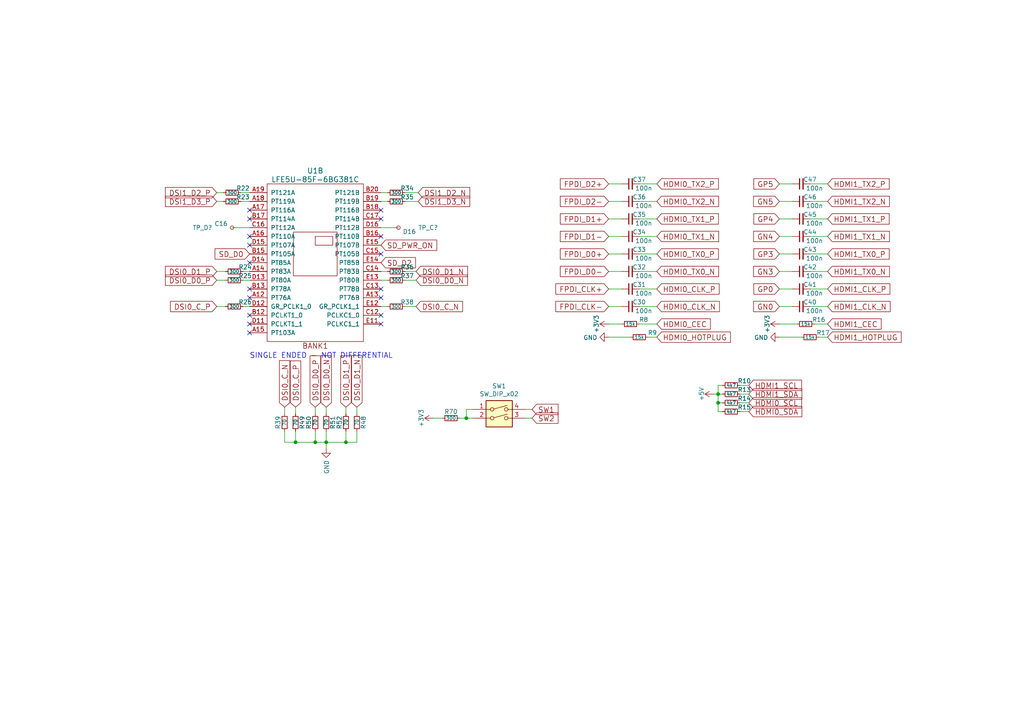
<source format=kicad_sch>
(kicad_sch (version 20231120) (generator "eeschema") (generator_version "8.0")
  (paper "A4")
  (title_block (title "ULX3S") (date "2024-08-20") (rev "0.0.4") (company "EMARD") (comment 1 "General Purpose Differential Interface") (comment 2 "License: CERN-OHL-S v2"))
  (junction (at 208.28 114.3))
  (junction (at 208.28 116.84))
  (junction (at 100.33 128.27))
  (junction (at 94.615 128.27))
  (junction (at 91.44 128.27))
  (junction (at 135.255 121.285))
  (junction (at 85.725 128.27))
  (no_connect (at 72.39 60.96))
  (no_connect (at 110.49 73.66))
  (no_connect (at 72.39 76.2))
  (no_connect (at 72.39 71.12))
  (no_connect (at 110.49 68.58))
  (no_connect (at 72.39 93.98))
  (no_connect (at 110.49 63.5))
  (no_connect (at 110.49 83.82))
  (no_connect (at 72.39 63.5))
  (no_connect (at 110.49 60.96))
  (no_connect (at 72.39 83.82))
  (no_connect (at 72.39 86.36))
  (no_connect (at 72.39 68.58))
  (no_connect (at 110.49 86.36))
  (no_connect (at 72.39 91.44))
  (no_connect (at 72.39 96.52))
  (no_connect (at 110.49 91.44))
  (no_connect (at 110.49 93.98))
  (wire (pts (xy 234.95 63.5) (xy 240.03 63.5)))
  (wire (pts (xy 240.03 58.42) (xy 234.95 58.42)))
  (wire (pts (xy 115.57 66.04) (xy 110.49 66.04)))
  (wire (pts (xy 154.305 121.285) (xy 152.4 121.285)))
  (wire (pts (xy 135.255 118.745) (xy 135.255 121.285)))
  (wire (pts (xy 117.475 78.74) (xy 120.65 78.74)))
  (wire (pts (xy 226.06 88.9) (xy 229.87 88.9)))
  (wire (pts (xy 137.16 118.745) (xy 135.255 118.745)))
  (wire (pts (xy 207.01 114.3) (xy 208.28 114.3)))
  (wire (pts (xy 62.865 78.74) (xy 65.405 78.74)))
  (wire (pts (xy 110.49 58.42) (xy 112.395 58.42)))
  (wire (pts (xy 103.505 128.27) (xy 103.505 125.095)))
  (wire (pts (xy 217.17 116.84) (xy 214.63 116.84)))
  (wire (pts (xy 176.53 93.98) (xy 180.34 93.98)))
  (wire (pts (xy 240.03 88.9) (xy 234.95 88.9)))
  (wire (pts (xy 100.33 128.27) (xy 103.505 128.27)))
  (wire (pts (xy 103.505 118.11) (xy 103.505 120.015)))
  (wire (pts (xy 176.53 88.9) (xy 180.34 88.9)))
  (wire (pts (xy 69.85 55.88) (xy 72.39 55.88)))
  (wire (pts (xy 214.63 119.38) (xy 217.17 119.38)))
  (wire (pts (xy 226.06 83.82) (xy 229.87 83.82)))
  (wire (pts (xy 214.63 114.3) (xy 217.17 114.3)))
  (wire (pts (xy 70.485 78.74) (xy 72.39 78.74)))
  (wire (pts (xy 69.85 58.42) (xy 72.39 58.42)))
  (wire (pts (xy 133.35 121.285) (xy 135.255 121.285)))
  (wire (pts (xy 180.34 78.74) (xy 176.53 78.74)))
  (wire (pts (xy 240.03 68.58) (xy 234.95 68.58)))
  (wire (pts (xy 110.49 81.28) (xy 112.395 81.28)))
  (wire (pts (xy 214.63 111.76) (xy 217.17 111.76)))
  (wire (pts (xy 190.5 97.79) (xy 187.96 97.79)))
  (wire (pts (xy 226.06 73.66) (xy 229.87 73.66)))
  (wire (pts (xy 208.28 119.38) (xy 209.55 119.38)))
  (wire (pts (xy 110.49 78.74) (xy 112.395 78.74)))
  (wire (pts (xy 185.42 93.98) (xy 190.5 93.98)))
  (wire (pts (xy 190.5 68.58) (xy 185.42 68.58)))
  (wire (pts (xy 185.42 73.66) (xy 190.5 73.66)))
  (wire (pts (xy 190.5 58.42) (xy 185.42 58.42)))
  (wire (pts (xy 85.725 118.11) (xy 85.725 120.015)))
  (wire (pts (xy 229.87 68.58) (xy 226.06 68.58)))
  (wire (pts (xy 85.725 125.095) (xy 85.725 128.27)))
  (wire (pts (xy 176.53 97.79) (xy 182.88 97.79)))
  (wire (pts (xy 62.865 55.88) (xy 64.77 55.88)))
  (wire (pts (xy 91.44 118.11) (xy 91.44 120.015)))
  (wire (pts (xy 100.33 118.11) (xy 100.33 120.015)))
  (wire (pts (xy 67.31 66.04) (xy 72.39 66.04)))
  (wire (pts (xy 185.42 53.34) (xy 190.5 53.34)))
  (wire (pts (xy 180.34 68.58) (xy 176.53 68.58)))
  (wire (pts (xy 176.53 63.5) (xy 180.34 63.5)))
  (wire (pts (xy 91.44 125.095) (xy 91.44 128.27)))
  (wire (pts (xy 135.255 121.285) (xy 137.16 121.285)))
  (wire (pts (xy 94.615 125.095) (xy 94.615 128.27)))
  (wire (pts (xy 237.49 97.79) (xy 240.03 97.79)))
  (wire (pts (xy 65.405 88.9) (xy 62.865 88.9)))
  (wire (pts (xy 117.475 55.88) (xy 121.285 55.88)))
  (wire (pts (xy 234.95 83.82) (xy 240.03 83.82)))
  (wire (pts (xy 226.06 53.34) (xy 229.87 53.34)))
  (wire (pts (xy 226.06 97.79) (xy 232.41 97.79)))
  (wire (pts (xy 240.03 78.74) (xy 234.95 78.74)))
  (wire (pts (xy 190.5 88.9) (xy 185.42 88.9)))
  (wire (pts (xy 229.87 58.42) (xy 226.06 58.42)))
  (wire (pts (xy 176.53 83.82) (xy 180.34 83.82)))
  (wire (pts (xy 121.285 58.42) (xy 117.475 58.42)))
  (wire (pts (xy 152.4 118.745) (xy 154.305 118.745)))
  (wire (pts (xy 82.55 128.27) (xy 85.725 128.27)))
  (wire (pts (xy 62.865 81.28) (xy 65.405 81.28)))
  (wire (pts (xy 176.53 53.34) (xy 180.34 53.34)))
  (wire (pts (xy 229.87 78.74) (xy 226.06 78.74)))
  (wire (pts (xy 120.65 81.28) (xy 117.475 81.28)))
  (wire (pts (xy 110.49 88.9) (xy 112.395 88.9)))
  (wire (pts (xy 234.95 53.34) (xy 240.03 53.34)))
  (wire (pts (xy 94.615 118.11) (xy 94.615 120.015)))
  (wire (pts (xy 82.55 125.095) (xy 82.55 128.27)))
  (wire (pts (xy 240.03 93.98) (xy 236.22 93.98)))
  (wire (pts (xy 185.42 83.82) (xy 190.5 83.82)))
  (wire (pts (xy 208.28 116.84) (xy 208.28 119.38)))
  (wire (pts (xy 70.485 88.9) (xy 72.39 88.9)))
  (wire (pts (xy 209.55 111.76) (xy 208.28 111.76)))
  (wire (pts (xy 62.865 58.42) (xy 64.77 58.42)))
  (wire (pts (xy 226.06 63.5) (xy 229.87 63.5)))
  (wire (pts (xy 208.28 114.3) (xy 208.28 116.84)))
  (wire (pts (xy 208.28 114.3) (xy 209.55 114.3)))
  (wire (pts (xy 234.95 73.66) (xy 240.03 73.66)))
  (wire (pts (xy 208.28 116.84) (xy 209.55 116.84)))
  (wire (pts (xy 82.55 118.11) (xy 82.55 120.015)))
  (wire (pts (xy 125.73 121.285) (xy 128.27 121.285)))
  (wire (pts (xy 100.33 125.095) (xy 100.33 128.27)))
  (wire (pts (xy 176.53 73.66) (xy 180.34 73.66)))
  (wire (pts (xy 231.14 93.98) (xy 226.06 93.98)))
  (wire (pts (xy 180.34 58.42) (xy 176.53 58.42)))
  (wire (pts (xy 94.615 130.175) (xy 94.615 128.27)))
  (wire (pts (xy 208.28 111.76) (xy 208.28 114.3)))
  (wire (pts (xy 110.49 55.88) (xy 112.395 55.88)))
  (wire (pts (xy 91.44 128.27) (xy 94.615 128.27)))
  (wire (pts (xy 70.485 81.28) (xy 72.39 81.28)))
  (wire (pts (xy 117.475 88.9) (xy 120.65 88.9)))
  (wire (pts (xy 190.5 78.74) (xy 185.42 78.74)))
  (wire (pts (xy 85.725 128.27) (xy 91.44 128.27)))
  (wire (pts (xy 94.615 128.27) (xy 100.33 128.27)))
  (wire (pts (xy 185.42 63.5) (xy 190.5 63.5)))
  (text "SINGLE ENDED - NOT DIFFERENTIAL" (at 72.39 104.14 0) (effects (font (size 1.524 1.524)) (justify left bottom)))
  (global_label "HDMI1_TX1_P" (shape input) (at 240.03 63.5 0) (effects (font (size 1.524 1.524))) (property "Intersheetrefs" "${INTERSHEET_REFS}" (effects (hide yes))))
  (global_label "HDMI0_SDA" (shape input) (at 217.17 119.38 0) (effects (font (size 1.524 1.524))) (property "Intersheetrefs" "${INTERSHEET_REFS}" (effects (hide yes))))
  (global_label "DSI0_D0_N" (shape input) (at 120.65 81.28 0) (effects (font (size 1.524 1.524))) (property "Intersheetrefs" "${INTERSHEET_REFS}" (effects (hide yes))))
  (global_label "GP0" (shape input) (at 226.06 83.82 180) (effects (font (size 1.524 1.524))) (property "Intersheetrefs" "${INTERSHEET_REFS}" (effects (hide yes))))
  (global_label "DSI0_D1_N" (shape input) (at 120.65 78.74 0) (effects (font (size 1.524 1.524))) (property "Intersheetrefs" "${INTERSHEET_REFS}" (effects (hide yes))))
  (global_label "FPDI_D1+" (shape input) (at 176.53 63.5 180) (effects (font (size 1.524 1.524))) (property "Intersheetrefs" "${INTERSHEET_REFS}" (effects (hide yes))))
  (global_label "HDMI1_SDA" (shape input) (at 217.17 114.3 0) (effects (font (size 1.524 1.524))) (property "Intersheetrefs" "${INTERSHEET_REFS}" (effects (hide yes))))
  (global_label "HDMI0_TX0_P" (shape input) (at 190.5 73.66 0) (effects (font (size 1.524 1.524))) (property "Intersheetrefs" "${INTERSHEET_REFS}" (effects (hide yes))))
  (global_label "SD_PWR_ON" (shape input) (at 110.49 71.12 0) (effects (font (size 1.524 1.524))) (property "Intersheetrefs" "${INTERSHEET_REFS}" (effects (hide yes))))
  (global_label "HDMI0_TX1_N" (shape input) (at 190.5 68.58 0) (effects (font (size 1.524 1.524))) (property "Intersheetrefs" "${INTERSHEET_REFS}" (effects (hide yes))))
  (global_label "GP3" (shape input) (at 226.06 73.66 180) (effects (font (size 1.524 1.524))) (property "Intersheetrefs" "${INTERSHEET_REFS}" (effects (hide yes))))
  (global_label "DSI0_D0_P" (shape input) (at 91.44 118.11 90) (effects (font (size 1.524 1.524))) (property "Intersheetrefs" "${INTERSHEET_REFS}" (effects (hide yes))))
  (global_label "SD_D0" (shape input) (at 72.39 73.66 180) (effects (font (size 1.524 1.524))) (property "Intersheetrefs" "${INTERSHEET_REFS}" (effects (hide yes))))
  (global_label "HDMI1_CLK_P" (shape input) (at 240.03 83.82 0) (effects (font (size 1.524 1.524))) (property "Intersheetrefs" "${INTERSHEET_REFS}" (effects (hide yes))))
  (global_label "SD_D2" (shape input) (at 110.49 76.2 0) (effects (font (size 1.524 1.524))) (property "Intersheetrefs" "${INTERSHEET_REFS}" (effects (hide yes))))
  (global_label "FPDI_D0-" (shape input) (at 176.53 78.74 180) (effects (font (size 1.524 1.524))) (property "Intersheetrefs" "${INTERSHEET_REFS}" (effects (hide yes))))
  (global_label "GP4" (shape input) (at 226.06 63.5 180) (effects (font (size 1.524 1.524))) (property "Intersheetrefs" "${INTERSHEET_REFS}" (effects (hide yes))))
  (global_label "HDMI1_HOTPLUG" (shape input) (at 240.03 97.79 0) (effects (font (size 1.524 1.524))) (property "Intersheetrefs" "${INTERSHEET_REFS}" (effects (hide yes))))
  (global_label "HDMI1_TX2_N" (shape input) (at 240.03 58.42 0) (effects (font (size 1.524 1.524))) (property "Intersheetrefs" "${INTERSHEET_REFS}" (effects (hide yes))))
  (global_label "HDMI0_HOTPLUG" (shape input) (at 190.5 97.79 0) (effects (font (size 1.524 1.524))) (property "Intersheetrefs" "${INTERSHEET_REFS}" (effects (hide yes))))
  (global_label "DSI0_D1_P" (shape input) (at 100.33 118.11 90) (effects (font (size 1.524 1.524))) (property "Intersheetrefs" "${INTERSHEET_REFS}" (effects (hide yes))))
  (global_label "DSI1_D3_N" (shape input) (at 121.285 58.42 0) (effects (font (size 1.524 1.524))) (property "Intersheetrefs" "${INTERSHEET_REFS}" (effects (hide yes))))
  (global_label "DSI0_C_P" (shape input) (at 62.865 88.9 180) (effects (font (size 1.524 1.524))) (property "Intersheetrefs" "${INTERSHEET_REFS}" (effects (hide yes))))
  (global_label "HDMI0_TX2_N" (shape input) (at 190.5 58.42 0) (effects (font (size 1.524 1.524))) (property "Intersheetrefs" "${INTERSHEET_REFS}" (effects (hide yes))))
  (global_label "HDMI0_CLK_N" (shape input) (at 190.5 88.9 0) (effects (font (size 1.524 1.524))) (property "Intersheetrefs" "${INTERSHEET_REFS}" (effects (hide yes))))
  (global_label "HDMI1_TX2_P" (shape input) (at 240.03 53.34 0) (effects (font (size 1.524 1.524))) (property "Intersheetrefs" "${INTERSHEET_REFS}" (effects (hide yes))))
  (global_label "GN4" (shape input) (at 226.06 68.58 180) (effects (font (size 1.524 1.524))) (property "Intersheetrefs" "${INTERSHEET_REFS}" (effects (hide yes))))
  (global_label "GP5" (shape input) (at 226.06 53.34 180) (effects (font (size 1.524 1.524))) (property "Intersheetrefs" "${INTERSHEET_REFS}" (effects (hide yes))))
  (global_label "DSI1_D3_P" (shape input) (at 62.865 58.42 180) (effects (font (size 1.524 1.524))) (property "Intersheetrefs" "${INTERSHEET_REFS}" (effects (hide yes))))
  (global_label "DSI0_C_P" (shape input) (at 85.725 118.11 90) (effects (font (size 1.524 1.524))) (property "Intersheetrefs" "${INTERSHEET_REFS}" (effects (hide yes))))
  (global_label "HDMI1_SCL" (shape input) (at 217.17 111.76 0) (effects (font (size 1.524 1.524))) (property "Intersheetrefs" "${INTERSHEET_REFS}" (effects (hide yes))))
  (global_label "FPDI_CLK-" (shape input) (at 176.53 88.9 180) (effects (font (size 1.524 1.524))) (property "Intersheetrefs" "${INTERSHEET_REFS}" (effects (hide yes))))
  (global_label "HDMI0_CEC" (shape input) (at 190.5 93.98 0) (effects (font (size 1.524 1.524))) (property "Intersheetrefs" "${INTERSHEET_REFS}" (effects (hide yes))))
  (global_label "DSI0_C_N" (shape input) (at 82.55 118.11 90) (effects (font (size 1.524 1.524))) (property "Intersheetrefs" "${INTERSHEET_REFS}" (effects (hide yes))))
  (global_label "HDMI0_SCL" (shape input) (at 217.17 116.84 0) (effects (font (size 1.524 1.524))) (property "Intersheetrefs" "${INTERSHEET_REFS}" (effects (hide yes))))
  (global_label "HDMI1_TX0_N" (shape input) (at 240.03 78.74 0) (effects (font (size 1.524 1.524))) (property "Intersheetrefs" "${INTERSHEET_REFS}" (effects (hide yes))))
  (global_label "DSI1_D2_N" (shape input) (at 121.285 55.88 0) (effects (font (size 1.524 1.524))) (property "Intersheetrefs" "${INTERSHEET_REFS}" (effects (hide yes))))
  (global_label "DSI0_D1_P" (shape input) (at 62.865 78.74 180) (effects (font (size 1.524 1.524))) (property "Intersheetrefs" "${INTERSHEET_REFS}" (effects (hide yes))))
  (global_label "HDMI1_CLK_N" (shape input) (at 240.03 88.9 0) (effects (font (size 1.524 1.524))) (property "Intersheetrefs" "${INTERSHEET_REFS}" (effects (hide yes))))
  (global_label "DSI0_D1_N" (shape input) (at 103.505 118.11 90) (effects (font (size 1.524 1.524))) (property "Intersheetrefs" "${INTERSHEET_REFS}" (effects (hide yes))))
  (global_label "HDMI0_CLK_P" (shape input) (at 190.5 83.82 0) (effects (font (size 1.524 1.524))) (property "Intersheetrefs" "${INTERSHEET_REFS}" (effects (hide yes))))
  (global_label "DSI0_D0_P" (shape input) (at 62.865 81.28 180) (effects (font (size 1.524 1.524))) (property "Intersheetrefs" "${INTERSHEET_REFS}" (effects (hide yes))))
  (global_label "HDMI1_TX1_N" (shape input) (at 240.03 68.58 0) (effects (font (size 1.524 1.524))) (property "Intersheetrefs" "${INTERSHEET_REFS}" (effects (hide yes))))
  (global_label "SW2" (shape input) (at 154.305 121.285 0) (effects (font (size 1.524 1.524))) (property "Intersheetrefs" "${INTERSHEET_REFS}" (effects (hide yes))))
  (global_label "GN5" (shape input) (at 226.06 58.42 180) (effects (font (size 1.524 1.524))) (property "Intersheetrefs" "${INTERSHEET_REFS}" (effects (hide yes))))
  (global_label "SW1" (shape input) (at 154.305 118.745 0) (effects (font (size 1.524 1.524))) (property "Intersheetrefs" "${INTERSHEET_REFS}" (effects (hide yes))))
  (global_label "FPDI_D1-" (shape input) (at 176.53 68.58 180) (effects (font (size 1.524 1.524))) (property "Intersheetrefs" "${INTERSHEET_REFS}" (effects (hide yes))))
  (global_label "DSI0_D0_N" (shape input) (at 94.615 118.11 90) (effects (font (size 1.524 1.524))) (property "Intersheetrefs" "${INTERSHEET_REFS}" (effects (hide yes))))
  (global_label "FPDI_D2+" (shape input) (at 176.53 53.34 180) (effects (font (size 1.524 1.524))) (property "Intersheetrefs" "${INTERSHEET_REFS}" (effects (hide yes))))
  (global_label "DSI0_C_N" (shape input) (at 120.65 88.9 0) (effects (font (size 1.524 1.524))) (property "Intersheetrefs" "${INTERSHEET_REFS}" (effects (hide yes))))
  (global_label "HDMI0_TX0_N" (shape input) (at 190.5 78.74 0) (effects (font (size 1.524 1.524))) (property "Intersheetrefs" "${INTERSHEET_REFS}" (effects (hide yes))))
  (global_label "HDMI0_TX1_P" (shape input) (at 190.5 63.5 0) (effects (font (size 1.524 1.524))) (property "Intersheetrefs" "${INTERSHEET_REFS}" (effects (hide yes))))
  (global_label "DSI1_D2_P" (shape input) (at 62.865 55.88 180) (effects (font (size 1.524 1.524))) (property "Intersheetrefs" "${INTERSHEET_REFS}" (effects (hide yes))))
  (global_label "FPDI_CLK+" (shape input) (at 176.53 83.82 180) (effects (font (size 1.524 1.524))) (property "Intersheetrefs" "${INTERSHEET_REFS}" (effects (hide yes))))
  (global_label "GN0" (shape input) (at 226.06 88.9 180) (effects (font (size 1.524 1.524))) (property "Intersheetrefs" "${INTERSHEET_REFS}" (effects (hide yes))))
  (global_label "FPDI_D0+" (shape input) (at 176.53 73.66 180) (effects (font (size 1.524 1.524))) (property "Intersheetrefs" "${INTERSHEET_REFS}" (effects (hide yes))))
  (global_label "FPDI_D2-" (shape input) (at 176.53 58.42 180) (effects (font (size 1.524 1.524))) (property "Intersheetrefs" "${INTERSHEET_REFS}" (effects (hide yes))))
  (global_label "HDMI1_TX0_P" (shape input) (at 240.03 73.66 0) (effects (font (size 1.524 1.524))) (property "Intersheetrefs" "${INTERSHEET_REFS}" (effects (hide yes))))
  (global_label "HDMI1_CEC" (shape input) (at 240.03 93.98 0) (effects (font (size 1.524 1.524))) (property "Intersheetrefs" "${INTERSHEET_REFS}" (effects (hide yes))))
  (global_label "HDMI0_TX2_P" (shape input) (at 190.5 53.34 0) (effects (font (size 1.524 1.524))) (property "Intersheetrefs" "${INTERSHEET_REFS}" (effects (hide yes))))
  (global_label "GN3" (shape input) (at 226.06 78.74 180) (effects (font (size 1.524 1.524))) (property "Intersheetrefs" "${INTERSHEET_REFS}" (effects (hide yes))))
  (symbol (lib_id "lfe5bg381:LFE5UM-85F-6BG381C") (at 91.44 73.66 0) (unit 2)
    (property "Reference" "U1" (at 91.44 49.53 0) (effects (font (size 1.524 1.524))))
    (property "Value" "LFE5U-85F-6BG381C" (at 91.44 52.07 0) (effects (font (size 1.524 1.524))))
    (property "Footprint" "lfe5bg381:BGA-381_pitch0.8mm_dia0.4mm" (effects (hide yes)))
    (property "Datasheet" "http://www.latticesemi.com/~/media/LatticeSemi/Documents/DataSheets/ECP5/FPGA-DS-02012.pdf" (effects (hide yes)))
    (property "MPN" "LFE5U-85F-6BG381C" (effects (hide yes)))
    (property "Mouser_URL" "www.mouser.com" (effects (hide yes)))
  )
  (symbol (lib_id "Device:C_Small") (at 182.88 53.34 90) (unit 1)
    (property "Reference" "C37" (at 185.42 52.07 90))
    (property "Value" "100n" (at 186.69 54.61 90))
    (property "Footprint" "Capacitor_SMD:C_0402_1005Metric" (effects (hide yes)))
  )
  (symbol (lib_id "Device:C_Small") (at 182.88 58.42 90) (unit 1)
    (property "Reference" "C36" (at 185.42 57.15 90))
    (property "Value" "100n" (at 186.69 59.69 90))
    (property "Footprint" "Capacitor_SMD:C_0402_1005Metric" (effects (hide yes)))
  )
  (symbol (lib_id "Device:C_Small") (at 182.88 63.5 90) (unit 1)
    (property "Reference" "C35" (at 185.42 62.23 90))
    (property "Value" "100n" (at 186.69 64.77 90))
    (property "Footprint" "Capacitor_SMD:C_0402_1005Metric" (effects (hide yes)))
  )
  (symbol (lib_id "Device:C_Small") (at 182.88 68.58 90) (unit 1)
    (property "Reference" "C34" (at 185.42 67.31 90))
    (property "Value" "100n" (at 186.69 69.85 90))
    (property "Footprint" "Capacitor_SMD:C_0402_1005Metric" (effects (hide yes)))
  )
  (symbol (lib_id "Device:C_Small") (at 182.88 73.66 90) (unit 1)
    (property "Reference" "C33" (at 185.42 72.39 90))
    (property "Value" "100n" (at 186.69 74.93 90))
    (property "Footprint" "Capacitor_SMD:C_0402_1005Metric" (effects (hide yes)))
  )
  (symbol (lib_id "Device:C_Small") (at 182.88 78.74 90) (unit 1)
    (property "Reference" "C32" (at 185.42 77.47 90))
    (property "Value" "100n" (at 186.69 80.01 90))
    (property "Footprint" "Capacitor_SMD:C_0402_1005Metric" (effects (hide yes)))
  )
  (symbol (lib_id "Device:C_Small") (at 182.88 83.82 90) (unit 1)
    (property "Reference" "C31" (at 185.42 82.55 90))
    (property "Value" "100n" (at 186.69 85.09 90))
    (property "Footprint" "Capacitor_SMD:C_0402_1005Metric" (effects (hide yes)))
  )
  (symbol (lib_id "Device:C_Small") (at 182.88 88.9 90) (unit 1)
    (property "Reference" "C30" (at 185.42 87.63 90))
    (property "Value" "100n" (at 186.69 90.17 90))
    (property "Footprint" "Capacitor_SMD:C_0402_1005Metric" (effects (hide yes)))
  )
  (symbol (lib_id "Device:C_Small") (at 232.41 53.34 90) (unit 1)
    (property "Reference" "C47" (at 234.95 52.07 90))
    (property "Value" "100n" (at 236.22 54.61 90))
    (property "Footprint" "Capacitor_SMD:C_0402_1005Metric" (effects (hide yes)))
  )
  (symbol (lib_id "Device:C_Small") (at 232.41 58.42 90) (unit 1)
    (property "Reference" "C46" (at 234.95 57.15 90))
    (property "Value" "100n" (at 236.22 59.69 90))
    (property "Footprint" "Capacitor_SMD:C_0402_1005Metric" (effects (hide yes)))
  )
  (symbol (lib_id "Device:C_Small") (at 232.41 63.5 90) (unit 1)
    (property "Reference" "C45" (at 234.95 62.23 90))
    (property "Value" "100n" (at 236.22 64.77 90))
    (property "Footprint" "Capacitor_SMD:C_0402_1005Metric" (effects (hide yes)))
  )
  (symbol (lib_id "Device:C_Small") (at 232.41 68.58 90) (unit 1)
    (property "Reference" "C44" (at 234.95 67.31 90))
    (property "Value" "100n" (at 236.22 69.85 90))
    (property "Footprint" "Capacitor_SMD:C_0402_1005Metric" (effects (hide yes)))
  )
  (symbol (lib_id "Device:C_Small") (at 232.41 73.66 90) (unit 1)
    (property "Reference" "C43" (at 234.95 72.39 90))
    (property "Value" "100n" (at 236.22 74.93 90))
    (property "Footprint" "Capacitor_SMD:C_0402_1005Metric" (effects (hide yes)))
  )
  (symbol (lib_id "Device:C_Small") (at 232.41 78.74 90) (unit 1)
    (property "Reference" "C42" (at 234.95 77.47 90))
    (property "Value" "100n" (at 236.22 80.01 90))
    (property "Footprint" "Capacitor_SMD:C_0402_1005Metric" (effects (hide yes)))
  )
  (symbol (lib_id "Device:C_Small") (at 232.41 83.82 90) (unit 1)
    (property "Reference" "C41" (at 234.95 82.55 90))
    (property "Value" "100n" (at 236.22 85.09 90))
    (property "Footprint" "Capacitor_SMD:C_0402_1005Metric" (effects (hide yes)))
  )
  (symbol (lib_id "Device:C_Small") (at 232.41 88.9 90) (unit 1)
    (property "Reference" "C40" (at 234.95 87.63 90))
    (property "Value" "100n" (at 236.22 90.17 90))
    (property "Footprint" "Capacitor_SMD:C_0402_1005Metric" (effects (hide yes)))
  )
  (symbol (lib_id "Device:R_Small") (at 182.88 93.98 90) (unit 1)
    (property "Reference" "R8" (at 186.69 92.71 90))
    (property "Value" "15k" (at 182.88 93.98 90) (effects (font (size 0.9906 0.9906))))
    (property "Footprint" "Resistor_SMD:R_0402_1005Metric" (effects (hide yes)))
    (instances (project "" (path "" (reference "R8") (unit 1)) (path "" (reference "R?") (unit 1))))
  )
  (symbol (lib_id "Device:R_Small") (at 185.42 97.79 90) (unit 1)
    (property "Reference" "R9" (at 189.23 96.52 90))
    (property "Value" "15k" (at 185.42 97.79 90) (effects (font (size 0.9906 0.9906))))
    (property "Footprint" "Resistor_SMD:R_0402_1005Metric" (effects (hide yes)))
    (instances (project "" (path "" (reference "R9") (unit 1)) (path "" (reference "R?") (unit 1))))
  )
  (symbol (lib_id "ulx4m-rescue:GND-power") (at 226.06 97.79 270) (unit 1)
    (property "Reference" "#PWR0101" (effects (hide yes)))
    (property "Value" "GND" (at 222.8088 97.917 90) (effects (justify right)))
  )
  (symbol (lib_id "Device:R_Small") (at 233.68 93.98 90) (unit 1)
    (property "Reference" "R16" (at 237.49 92.71 90))
    (property "Value" "15k" (at 233.68 93.98 90) (effects (font (size 0.9906 0.9906))))
    (property "Footprint" "Resistor_SMD:R_0402_1005Metric" (effects (hide yes)))
    (instances (project "" (path "" (reference "R16") (unit 1)) (path "" (reference "R?") (unit 1))))
  )
  (symbol (lib_id "Device:R_Small") (at 234.95 97.79 90) (unit 1)
    (property "Reference" "R17" (at 238.76 96.52 90))
    (property "Value" "15k" (at 234.95 97.79 90) (effects (font (size 0.9906 0.9906))))
    (property "Footprint" "Resistor_SMD:R_0402_1005Metric" (effects (hide yes)))
    (instances (project "" (path "" (reference "R17") (unit 1)) (path "" (reference "R?") (unit 1))))
  )
  (symbol (lib_id "ulx4m-rescue:GND-power") (at 176.53 97.79 270) (unit 1)
    (property "Reference" "#PWR0102" (effects (hide yes)))
    (property "Value" "GND" (at 173.2788 97.917 90) (effects (justify right)))
  )
  (symbol (lib_id "ulx4m-rescue:+3V3-power") (at 176.53 93.98 90) (unit 1)
    (property "Reference" "#PWR?" (effects (hide yes)))
    (property "Value" "+3V3" (at 172.974 93.98 0))
    (instances (project "" (path "" (reference "#PWR?") (unit 1)) (path "" (reference "#PWR0103") (unit 1))))
  )
  (symbol (lib_id "ulx4m-rescue:+3V3-power") (at 226.06 93.98 90) (unit 1)
    (property "Reference" "#PWR?" (effects (hide yes)))
    (property "Value" "+3V3" (at 222.504 93.98 0))
    (instances (project "" (path "" (reference "#PWR?") (unit 1)) (path "" (reference "#PWR0104") (unit 1))))
  )
  (symbol (lib_id "Device:R_Small") (at 212.09 111.76 90) (unit 1)
    (property "Reference" "R10" (at 215.9 110.49 90))
    (property "Value" "4k7" (at 212.09 111.76 90) (effects (font (size 0.9906 0.9906))))
    (property "Footprint" "Resistor_SMD:R_0402_1005Metric" (effects (hide yes)))
    (instances (project "" (path "" (reference "R10") (unit 1)) (path "" (reference "R?") (unit 1))))
  )
  (symbol (lib_id "Device:R_Small") (at 212.09 114.3 90) (unit 1)
    (property "Reference" "R13" (at 215.9 113.03 90))
    (property "Value" "4k7" (at 212.09 114.3 90) (effects (font (size 0.9906 0.9906))))
    (property "Footprint" "Resistor_SMD:R_0402_1005Metric" (effects (hide yes)))
    (instances (project "" (path "" (reference "R13") (unit 1)) (path "" (reference "R?") (unit 1))))
  )
  (symbol (lib_id "Device:R_Small") (at 212.09 116.84 90) (unit 1)
    (property "Reference" "R14" (at 215.9 115.57 90))
    (property "Value" "4k7" (at 212.09 116.84 90) (effects (font (size 0.9906 0.9906))))
    (property "Footprint" "Resistor_SMD:R_0402_1005Metric" (effects (hide yes)))
    (instances (project "" (path "" (reference "R14") (unit 1)) (path "" (reference "R?") (unit 1))))
  )
  (symbol (lib_id "Device:R_Small") (at 212.09 119.38 90) (unit 1)
    (property "Reference" "R15" (at 215.9 118.11 90))
    (property "Value" "4k7" (at 212.09 119.38 90) (effects (font (size 0.9906 0.9906))))
    (property "Footprint" "Resistor_SMD:R_0402_1005Metric" (effects (hide yes)))
    (instances (project "" (path "" (reference "R15") (unit 1)) (path "" (reference "R?") (unit 1))))
  )
  (symbol (lib_id "ulx4m-rescue:+5V-power") (at 207.01 114.3 90) (unit 1)
    (property "Reference" "#PWR?" (effects (hide yes)))
    (property "Value" "+5V" (at 203.454 114.3 0))
    (instances (project "" (path "" (reference "#PWR?") (unit 1)) (path "" (reference "#PWR0105") (unit 1))))
  )
  (symbol (lib_id "Connector:TestPoint_Small") (at 67.31 66.04 180) (unit 1)
    (property "Reference" "TP_D?" (at 61.595 66.04 0) (effects (justify left)))
    (property "Value" "C16" (at 66.0908 64.897 0) (effects (justify left)))
    (property "Footprint" "ecp5-dc-scm:Testpoint_smd_1mm" (effects (hide yes)))
    (instances (project "" (path "" (reference "TP_D?") (unit 1)) (path "" (reference "TP_C16") (unit 1))))
  )
  (symbol (lib_id "Connector:TestPoint_Small") (at 115.57 66.04 0) (unit 1)
    (property "Reference" "TP_C?" (at 121.285 66.04 0) (effects (justify left)))
    (property "Value" "D16" (at 116.7892 67.183 0) (effects (justify left)))
    (property "Footprint" "ecp5-dc-scm:Testpoint_smd_1mm" (effects (hide yes)))
    (instances (project "" (path "" (reference "TP_C?") (unit 1)) (path "" (reference "TP_D16") (unit 1))))
  )
  (symbol (lib_id "Device:R_Small") (at 67.31 55.88 90) (unit 1)
    (property "Reference" "R22" (at 70.485 54.61 90))
    (property "Value" "300" (at 67.31 55.88 90) (effects (font (size 0.9906 0.9906))))
    (property "Footprint" "Resistor_SMD:R_0402_1005Metric" (effects (hide yes)))
    (instances (project "" (path "" (reference "R22") (unit 1)) (path "" (reference "R?") (unit 1))))
  )
  (symbol (lib_id "Device:R_Small") (at 67.31 58.42 90) (unit 1)
    (property "Reference" "R23" (at 70.485 57.15 90))
    (property "Value" "300" (at 67.31 58.42 90) (effects (font (size 0.9906 0.9906))))
    (property "Footprint" "Resistor_SMD:R_0402_1005Metric" (effects (hide yes)))
    (instances (project "" (path "" (reference "R23") (unit 1)) (path "" (reference "R?") (unit 1))))
  )
  (symbol (lib_id "Device:R_Small") (at 67.945 78.74 90) (unit 1)
    (property "Reference" "R24" (at 71.12 77.47 90))
    (property "Value" "300" (at 67.945 78.74 90) (effects (font (size 0.9906 0.9906))))
    (property "Footprint" "Resistor_SMD:R_0402_1005Metric" (effects (hide yes)))
    (instances (project "" (path "" (reference "R24") (unit 1)) (path "" (reference "R?") (unit 1))))
  )
  (symbol (lib_id "Device:R_Small") (at 67.945 81.28 90) (unit 1)
    (property "Reference" "R25" (at 71.12 80.01 90))
    (property "Value" "300" (at 67.945 81.28 90) (effects (font (size 0.9906 0.9906))))
    (property "Footprint" "Resistor_SMD:R_0402_1005Metric" (effects (hide yes)))
    (instances (project "" (path "" (reference "R25") (unit 1)) (path "" (reference "R?") (unit 1))))
  )
  (symbol (lib_id "Device:R_Small") (at 67.945 88.9 90) (unit 1)
    (property "Reference" "R26" (at 71.12 87.63 90))
    (property "Value" "300" (at 67.945 88.9 90) (effects (font (size 0.9906 0.9906))))
    (property "Footprint" "Resistor_SMD:R_0402_1005Metric" (effects (hide yes)))
    (instances (project "" (path "" (reference "R26") (unit 1)) (path "" (reference "R?") (unit 1))))
  )
  (symbol (lib_id "Device:R_Small") (at 114.935 55.88 90) (unit 1)
    (property "Reference" "R34" (at 118.11 54.61 90))
    (property "Value" "300" (at 114.935 55.88 90) (effects (font (size 0.9906 0.9906))))
    (property "Footprint" "Resistor_SMD:R_0402_1005Metric" (effects (hide yes)))
    (instances (project "" (path "" (reference "R34") (unit 1)) (path "" (reference "R?") (unit 1))))
  )
  (symbol (lib_id "Device:R_Small") (at 114.935 58.42 90) (unit 1)
    (property "Reference" "R35" (at 118.11 57.15 90))
    (property "Value" "300" (at 114.935 58.42 90) (effects (font (size 0.9906 0.9906))))
    (property "Footprint" "Resistor_SMD:R_0402_1005Metric" (effects (hide yes)))
    (instances (project "" (path "" (reference "R35") (unit 1)) (path "" (reference "R?") (unit 1))))
  )
  (symbol (lib_id "Device:R_Small") (at 114.935 78.74 90) (unit 1)
    (property "Reference" "R36" (at 118.11 77.47 90))
    (property "Value" "300" (at 114.935 78.74 90) (effects (font (size 0.9906 0.9906))))
    (property "Footprint" "Resistor_SMD:R_0402_1005Metric" (effects (hide yes)))
    (instances (project "" (path "" (reference "R36") (unit 1)) (path "" (reference "R?") (unit 1))))
  )
  (symbol (lib_id "Device:R_Small") (at 114.935 81.28 90) (unit 1)
    (property "Reference" "R37" (at 118.11 80.01 90))
    (property "Value" "300" (at 114.935 81.28 90) (effects (font (size 0.9906 0.9906))))
    (property "Footprint" "Resistor_SMD:R_0402_1005Metric" (effects (hide yes)))
    (instances (project "" (path "" (reference "R37") (unit 1)) (path "" (reference "R?") (unit 1))))
  )
  (symbol (lib_id "Device:R_Small") (at 114.935 88.9 90) (unit 1)
    (property "Reference" "R38" (at 118.11 87.63 90))
    (property "Value" "300" (at 114.935 88.9 90) (effects (font (size 0.9906 0.9906))))
    (property "Footprint" "Resistor_SMD:R_0402_1005Metric" (effects (hide yes)))
    (instances (project "" (path "" (reference "R38") (unit 1)) (path "" (reference "R?") (unit 1))))
  )
  (symbol (lib_id "Device:R_Small") (at 82.55 122.555 0) (unit 1)
    (property "Reference" "R39" (at 80.645 122.555 90))
    (property "Value" "70" (at 82.55 122.555 90) (effects (font (size 0.9906 0.9906))))
    (property "Footprint" "Resistor_SMD:R_0402_1005Metric" (effects (hide yes)))
    (instances (project "" (path "" (reference "R39") (unit 1)) (path "" (reference "R?") (unit 1))))
  )
  (symbol (lib_id "Device:R_Small") (at 85.725 122.555 0) (unit 1)
    (property "Reference" "R49" (at 87.63 122.555 90))
    (property "Value" "70" (at 85.725 122.555 90) (effects (font (size 0.9906 0.9906))))
    (property "Footprint" "Resistor_SMD:R_0402_1005Metric" (effects (hide yes)))
    (instances (project "" (path "" (reference "R49") (unit 1)) (path "" (reference "R?") (unit 1))))
  )
  (symbol (lib_id "Device:R_Small") (at 91.44 122.555 0) (unit 1)
    (property "Reference" "R50" (at 89.535 122.555 90))
    (property "Value" "70" (at 91.44 122.555 90) (effects (font (size 0.9906 0.9906))))
    (property "Footprint" "Resistor_SMD:R_0402_1005Metric" (effects (hide yes)))
    (instances (project "" (path "" (reference "R50") (unit 1)) (path "" (reference "R?") (unit 1))))
  )
  (symbol (lib_id "Device:R_Small") (at 94.615 122.555 0) (unit 1)
    (property "Reference" "R51" (at 96.52 122.555 90))
    (property "Value" "70" (at 94.615 122.555 90) (effects (font (size 0.9906 0.9906))))
    (property "Footprint" "Resistor_SMD:R_0402_1005Metric" (effects (hide yes)))
    (instances (project "" (path "" (reference "R51") (unit 1)) (path "" (reference "R?") (unit 1))))
  )
  (symbol (lib_id "Device:R_Small") (at 100.33 122.555 0) (unit 1)
    (property "Reference" "R52" (at 98.425 122.555 90))
    (property "Value" "70" (at 100.33 122.555 90) (effects (font (size 0.9906 0.9906))))
    (property "Footprint" "Resistor_SMD:R_0402_1005Metric" (effects (hide yes)))
    (instances (project "" (path "" (reference "R52") (unit 1)) (path "" (reference "R?") (unit 1))))
  )
  (symbol (lib_id "Device:R_Small") (at 103.505 122.555 0) (unit 1)
    (property "Reference" "R48" (at 105.41 122.555 90))
    (property "Value" "70" (at 103.505 122.555 90) (effects (font (size 0.9906 0.9906))))
    (property "Footprint" "Resistor_SMD:R_0402_1005Metric" (effects (hide yes)))
    (instances (project "" (path "" (reference "R48") (unit 1)) (path "" (reference "R?") (unit 1))))
  )
  (symbol (lib_id "ulx4m-rescue:GND-power") (at 94.615 130.175 0) (unit 1)
    (property "Reference" "#PWR010" (effects (hide yes)))
    (property "Value" "GND" (at 94.742 133.4262 90) (effects (justify right)))
  )
  (symbol (lib_id "Switch:SW_DIP_x02") (at 144.78 121.285 0) (unit 1)
    (property "Reference" "SW1" (at 144.78 111.9632 0))
    (property "Value" "SW_DIP_x02" (at 144.78 114.2746 0))
    (property "Footprint" "Button_Switch_SMD:SW_DIP_SPSTx02_Slide_Copal_CVS-02xB_W5.9mm_P1mm" (effects (hide yes)))
  )
  (symbol (lib_id "ulx4m-rescue:+3V3-power") (at 125.73 121.285 90) (unit 1)
    (property "Reference" "#PWR?" (effects (hide yes)))
    (property "Value" "+3V3" (at 122.174 121.285 0))
    (instances (project "" (path "" (reference "#PWR?") (unit 1)) (path "" (reference "#PWR0145") (unit 1))))
  )
  (symbol (lib_id "Device:R_Small") (at 130.81 121.285 90) (unit 1)
    (property "Reference" "R70" (at 130.81 119.38 90))
    (property "Value" "300" (at 130.81 121.285 90) (effects (font (size 0.9906 0.9906))))
    (property "Footprint" "Resistor_SMD:R_0402_1005Metric" (effects (hide yes)))
    (instances (project "" (path "" (reference "R70") (unit 1)) (path "" (reference "R?") (unit 1))))
  )
)
</source>
